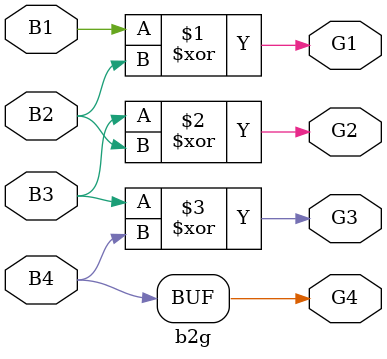
<source format=v>
module b2g(
  input B1,B2,B3,B4,
  output G1,G2,G3,G4);
  xor(G1,B1,B2);
  xor(G2,B3,B2);
  xor(G3,B3,B4);
  buf(G4,B4);
endmodule

</source>
